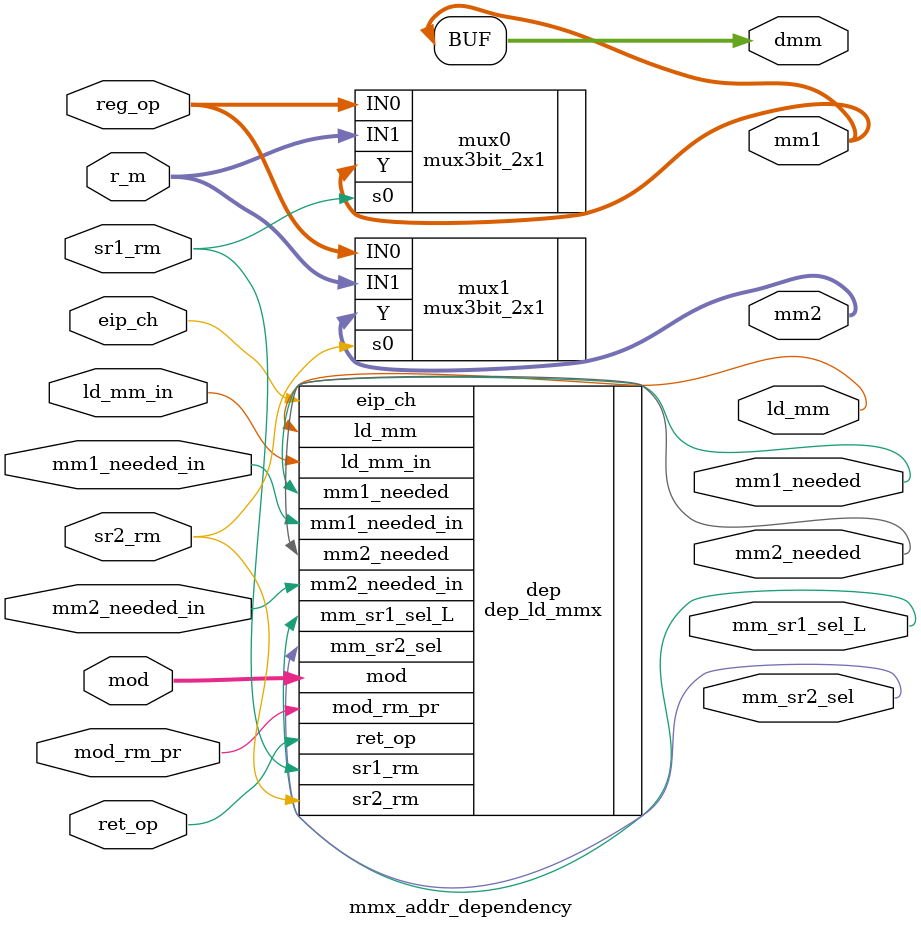
<source format=v>
module mmx_addr_dependency(mm1_needed_in,
                                mm2_needed_in,
                                sr1_rm,
                                sr2_rm,
                                mod,
                                r_m,
                                mod_rm_pr,
                                reg_op,
                                ld_mm_in,
                                ret_op,
                                eip_ch,
                                ld_mm,
                                mm1_needed,
                                mm2_needed,
                                mm1,
                                mm2,
                                mm_sr1_sel_L,
                                mm_sr2_sel,
                                dmm);
input       mm1_needed_in;
input       mm2_needed_in;
input       sr1_rm;
input       sr2_rm;
input  [1:0]mod;
input  [2:0]r_m;
input       mod_rm_pr;
input  [2:0]reg_op;
input       ld_mm_in;
input       ret_op;
input       eip_ch;
output      ld_mm;
output      mm1_needed;
output      mm2_needed;
output [2:0]mm1; 
output [2:0]mm2; 
output      mm_sr1_sel_L;
output      mm_sr2_sel;
output [2:0]dmm;

//MMX address

mux3bit_2x1 mux0 (.Y(mm1), .IN0(reg_op), .IN1(r_m), .s0(sr1_rm));
mux3bit_2x1 mux1 (.Y(mm2), .IN0(reg_op), .IN1(r_m), .s0(sr2_rm));
assign dmm = mm1;
//MMX Dependency, Load and sel

dep_ld_mmx dep    (.mm1_needed_in(mm1_needed_in),
                   .mm2_needed_in(mm2_needed_in),
                   .sr1_rm(sr1_rm),
                   .sr2_rm(sr2_rm),
                   .mod(mod),
                   .ret_op(ret_op),
                   .eip_ch(eip_ch),
                   .mod_rm_pr(mod_rm_pr),
                   .ld_mm_in(ld_mm_in),
                   .ld_mm(ld_mm),
                   .mm1_needed(mm1_needed),
                   .mm2_needed(mm2_needed),
                   .mm_sr1_sel_L(mm_sr1_sel_L),
                   .mm_sr2_sel(mm_sr2_sel)
                   );

endmodule



                   



</source>
